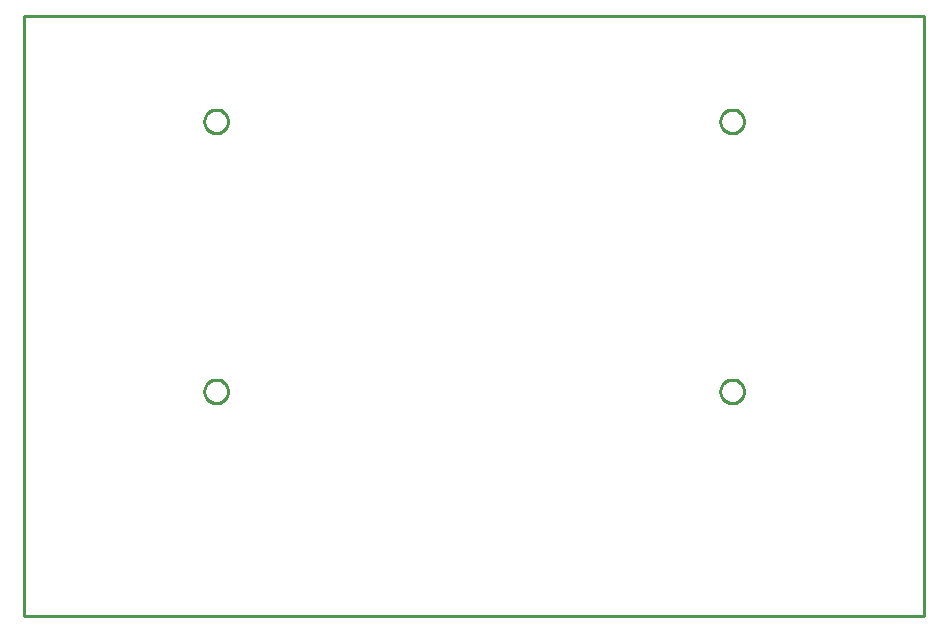
<source format=gbr>
G04 EAGLE Gerber RS-274X export*
G75*
%MOMM*%
%FSLAX34Y34*%
%LPD*%
%IN*%
%IPPOS*%
%AMOC8*
5,1,8,0,0,1.08239X$1,22.5*%
G01*
%ADD10C,0.254000*%


D10*
X0Y0D02*
X762000Y0D01*
X762000Y508000D01*
X0Y508000D01*
X0Y0D01*
X589440Y419537D02*
X589516Y420407D01*
X589668Y421266D01*
X589894Y422110D01*
X590192Y422930D01*
X590561Y423722D01*
X590998Y424478D01*
X591499Y425193D01*
X592060Y425862D01*
X592678Y426480D01*
X593347Y427041D01*
X594062Y427542D01*
X594818Y427979D01*
X595610Y428348D01*
X596430Y428646D01*
X597274Y428872D01*
X598134Y429024D01*
X599003Y429100D01*
X599877Y429100D01*
X600747Y429024D01*
X601606Y428872D01*
X602450Y428646D01*
X603270Y428348D01*
X604062Y427979D01*
X604818Y427542D01*
X605533Y427041D01*
X606202Y426480D01*
X606820Y425862D01*
X607381Y425193D01*
X607882Y424478D01*
X608319Y423722D01*
X608688Y422930D01*
X608986Y422110D01*
X609212Y421266D01*
X609364Y420407D01*
X609440Y419537D01*
X609440Y418663D01*
X609364Y417794D01*
X609212Y416934D01*
X608986Y416090D01*
X608688Y415270D01*
X608319Y414478D01*
X607882Y413722D01*
X607381Y413007D01*
X606820Y412338D01*
X606202Y411720D01*
X605533Y411159D01*
X604818Y410658D01*
X604062Y410221D01*
X603270Y409852D01*
X602450Y409554D01*
X601606Y409328D01*
X600747Y409176D01*
X599877Y409100D01*
X599003Y409100D01*
X598134Y409176D01*
X597274Y409328D01*
X596430Y409554D01*
X595610Y409852D01*
X594818Y410221D01*
X594062Y410658D01*
X593347Y411159D01*
X592678Y411720D01*
X592060Y412338D01*
X591499Y413007D01*
X590998Y413722D01*
X590561Y414478D01*
X590192Y415270D01*
X589894Y416090D01*
X589668Y416934D01*
X589516Y417794D01*
X589440Y418663D01*
X589440Y419537D01*
X152560Y419537D02*
X152636Y420407D01*
X152788Y421266D01*
X153014Y422110D01*
X153312Y422930D01*
X153681Y423722D01*
X154118Y424478D01*
X154619Y425193D01*
X155180Y425862D01*
X155798Y426480D01*
X156467Y427041D01*
X157182Y427542D01*
X157938Y427979D01*
X158730Y428348D01*
X159550Y428646D01*
X160394Y428872D01*
X161254Y429024D01*
X162123Y429100D01*
X162997Y429100D01*
X163867Y429024D01*
X164726Y428872D01*
X165570Y428646D01*
X166390Y428348D01*
X167182Y427979D01*
X167938Y427542D01*
X168653Y427041D01*
X169322Y426480D01*
X169940Y425862D01*
X170501Y425193D01*
X171002Y424478D01*
X171439Y423722D01*
X171808Y422930D01*
X172106Y422110D01*
X172332Y421266D01*
X172484Y420407D01*
X172560Y419537D01*
X172560Y418663D01*
X172484Y417794D01*
X172332Y416934D01*
X172106Y416090D01*
X171808Y415270D01*
X171439Y414478D01*
X171002Y413722D01*
X170501Y413007D01*
X169940Y412338D01*
X169322Y411720D01*
X168653Y411159D01*
X167938Y410658D01*
X167182Y410221D01*
X166390Y409852D01*
X165570Y409554D01*
X164726Y409328D01*
X163867Y409176D01*
X162997Y409100D01*
X162123Y409100D01*
X161254Y409176D01*
X160394Y409328D01*
X159550Y409554D01*
X158730Y409852D01*
X157938Y410221D01*
X157182Y410658D01*
X156467Y411159D01*
X155798Y411720D01*
X155180Y412338D01*
X154619Y413007D01*
X154118Y413722D01*
X153681Y414478D01*
X153312Y415270D01*
X153014Y416090D01*
X152788Y416934D01*
X152636Y417794D01*
X152560Y418663D01*
X152560Y419537D01*
X589440Y190937D02*
X589516Y191807D01*
X589668Y192666D01*
X589894Y193510D01*
X590192Y194330D01*
X590561Y195122D01*
X590998Y195878D01*
X591499Y196593D01*
X592060Y197262D01*
X592678Y197880D01*
X593347Y198441D01*
X594062Y198942D01*
X594818Y199379D01*
X595610Y199748D01*
X596430Y200046D01*
X597274Y200272D01*
X598134Y200424D01*
X599003Y200500D01*
X599877Y200500D01*
X600747Y200424D01*
X601606Y200272D01*
X602450Y200046D01*
X603270Y199748D01*
X604062Y199379D01*
X604818Y198942D01*
X605533Y198441D01*
X606202Y197880D01*
X606820Y197262D01*
X607381Y196593D01*
X607882Y195878D01*
X608319Y195122D01*
X608688Y194330D01*
X608986Y193510D01*
X609212Y192666D01*
X609364Y191807D01*
X609440Y190937D01*
X609440Y190063D01*
X609364Y189194D01*
X609212Y188334D01*
X608986Y187490D01*
X608688Y186670D01*
X608319Y185878D01*
X607882Y185122D01*
X607381Y184407D01*
X606820Y183738D01*
X606202Y183120D01*
X605533Y182559D01*
X604818Y182058D01*
X604062Y181621D01*
X603270Y181252D01*
X602450Y180954D01*
X601606Y180728D01*
X600747Y180576D01*
X599877Y180500D01*
X599003Y180500D01*
X598134Y180576D01*
X597274Y180728D01*
X596430Y180954D01*
X595610Y181252D01*
X594818Y181621D01*
X594062Y182058D01*
X593347Y182559D01*
X592678Y183120D01*
X592060Y183738D01*
X591499Y184407D01*
X590998Y185122D01*
X590561Y185878D01*
X590192Y186670D01*
X589894Y187490D01*
X589668Y188334D01*
X589516Y189194D01*
X589440Y190063D01*
X589440Y190937D01*
X152560Y190937D02*
X152636Y191807D01*
X152788Y192666D01*
X153014Y193510D01*
X153312Y194330D01*
X153681Y195122D01*
X154118Y195878D01*
X154619Y196593D01*
X155180Y197262D01*
X155798Y197880D01*
X156467Y198441D01*
X157182Y198942D01*
X157938Y199379D01*
X158730Y199748D01*
X159550Y200046D01*
X160394Y200272D01*
X161254Y200424D01*
X162123Y200500D01*
X162997Y200500D01*
X163867Y200424D01*
X164726Y200272D01*
X165570Y200046D01*
X166390Y199748D01*
X167182Y199379D01*
X167938Y198942D01*
X168653Y198441D01*
X169322Y197880D01*
X169940Y197262D01*
X170501Y196593D01*
X171002Y195878D01*
X171439Y195122D01*
X171808Y194330D01*
X172106Y193510D01*
X172332Y192666D01*
X172484Y191807D01*
X172560Y190937D01*
X172560Y190063D01*
X172484Y189194D01*
X172332Y188334D01*
X172106Y187490D01*
X171808Y186670D01*
X171439Y185878D01*
X171002Y185122D01*
X170501Y184407D01*
X169940Y183738D01*
X169322Y183120D01*
X168653Y182559D01*
X167938Y182058D01*
X167182Y181621D01*
X166390Y181252D01*
X165570Y180954D01*
X164726Y180728D01*
X163867Y180576D01*
X162997Y180500D01*
X162123Y180500D01*
X161254Y180576D01*
X160394Y180728D01*
X159550Y180954D01*
X158730Y181252D01*
X157938Y181621D01*
X157182Y182058D01*
X156467Y182559D01*
X155798Y183120D01*
X155180Y183738D01*
X154619Y184407D01*
X154118Y185122D01*
X153681Y185878D01*
X153312Y186670D01*
X153014Y187490D01*
X152788Y188334D01*
X152636Y189194D01*
X152560Y190063D01*
X152560Y190937D01*
M02*

</source>
